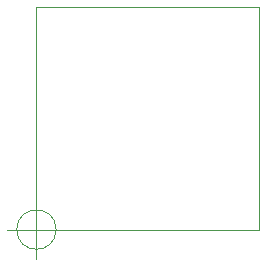
<source format=gbr>
%TF.GenerationSoftware,KiCad,Pcbnew,(6.0.0)*%
%TF.CreationDate,2022-02-12T15:23:55+01:00*%
%TF.ProjectId,ATTiny841Breakout,41545469-6e79-4383-9431-427265616b6f,rev?*%
%TF.SameCoordinates,Original*%
%TF.FileFunction,Profile,NP*%
%FSLAX46Y46*%
G04 Gerber Fmt 4.6, Leading zero omitted, Abs format (unit mm)*
G04 Created by KiCad (PCBNEW (6.0.0)) date 2022-02-12 15:23:55*
%MOMM*%
%LPD*%
G01*
G04 APERTURE LIST*
%TA.AperFunction,Profile*%
%ADD10C,0.100000*%
%TD*%
G04 APERTURE END LIST*
D10*
X141468266Y-106019600D02*
G75*
G03*
X141468266Y-106019600I-1666666J0D01*
G01*
X137301600Y-106019600D02*
X142301600Y-106019600D01*
X139801600Y-103519600D02*
X139801600Y-108519600D01*
X158648400Y-106019600D02*
X139801600Y-106019600D01*
X139801600Y-106019600D02*
X139801600Y-87172800D01*
X139801600Y-87172800D02*
X158648400Y-87172800D01*
X158648400Y-87172800D02*
X158648400Y-106019600D01*
M02*

</source>
